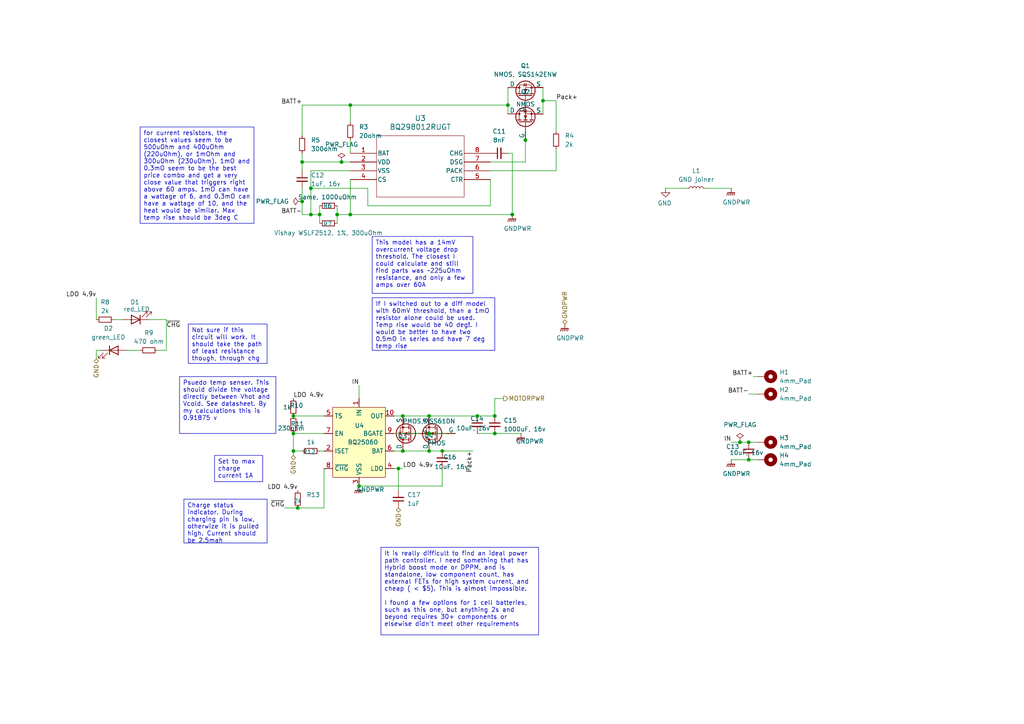
<source format=kicad_sch>
(kicad_sch (version 20231120) (generator "eeschema") (generator_version "8.0")
  (paper "A4")
  (title_block (date "2024-03-29") (rev "V1 Alpha"))
  (lib_symbols
    (symbol "Device:C_Small" (pin_numbers hide) (pin_names (offset 0.254) hide)
      (property "Reference" "C" (at 0.254 1.778 0))
      (property "Value" "C_Small" (at 0.254 -2.032 0))
      (symbol "C_Small_0_1"
        (polyline (pts (xy -1.524 -0.508) (xy 1.524 -0.508)) (stroke (width 0.3302)))
        (polyline (pts (xy -1.524 0.508) (xy 1.524 0.508)) (stroke (width 0.3048)))
      )
      (symbol "C_Small_1_1"
        (pin passive line (at 0 2.54 270) (length 2.032) (name "~") (number "1"))
        (pin passive line (at 0 -2.54 90) (length 2.032) (name "~") (number "2"))
      )
    )
    (symbol "Device:LED" (pin_numbers hide) (pin_names (offset 1.016) hide)
      (property "Reference" "D" (at 0 2.54 0))
      (property "Value" "LED" (at 0 -2.54 0))
      (symbol "LED_0_1"
        (polyline (pts (xy -1.27 -1.27) (xy -1.27 1.27)) (stroke (width 0.254)))
        (polyline (pts (xy -1.27 0) (xy 1.27 0)))
        (polyline (pts (xy 1.27 -1.27) (xy 1.27 1.27) (xy -1.27 0) (xy 1.27 -1.27)) (stroke (width 0.254)))
        (polyline (pts (xy -3.048 -0.762) (xy -4.572 -2.286) (xy -3.81 -2.286) (xy -4.572 -2.286) (xy -4.572 -1.524)))
        (polyline (pts (xy -1.778 -0.762) (xy -3.302 -2.286) (xy -2.54 -2.286) (xy -3.302 -2.286) (xy -3.302 -1.524)))
      )
      (symbol "LED_1_1"
        (pin passive line (at -3.81 0 0) (length 2.54) (name "K") (number "1"))
        (pin passive line (at 3.81 0 180) (length 2.54) (name "A") (number "2"))
      )
    )
    (symbol "Device:L_Small" (pin_numbers hide) (pin_names (offset 0.254) hide)
      (property "Reference" "L" (at 0.762 1.016 0))
      (property "Value" "L_Small" (at 0.762 -1.016 0))
      (symbol "L_Small_0_1"
        (arc (start 0 -2.032) (mid 0.5058 -1.524) (end 0 -1.016))
        (arc (start 0 -1.016) (mid 0.5058 -0.508) (end 0 0))
        (arc (start 0 0) (mid 0.5058 0.508) (end 0 1.016))
        (arc (start 0 1.016) (mid 0.5058 1.524) (end 0 2.032))
      )
      (symbol "L_Small_1_1"
        (pin passive line (at 0 2.54 270) (length 0.508) (name "~") (number "1"))
        (pin passive line (at 0 -2.54 90) (length 0.508) (name "~") (number "2"))
      )
    )
    (symbol "Device:R_Small" (pin_numbers hide) (pin_names (offset 0.254) hide)
      (property "Reference" "R" (at 0.762 0.508 0))
      (property "Value" "R_Small" (at 0.762 -1.016 0))
      (symbol "R_Small_0_1"
        (rectangle (start -0.762 1.778) (end 0.762 -1.778) (stroke (width 0.2032)))
      )
      (symbol "R_Small_1_1"
        (pin passive line (at 0 2.54 270) (length 0.762) (name "~") (number "1"))
        (pin passive line (at 0 -2.54 90) (length 0.762) (name "~") (number "2"))
      )
    )
    (symbol "Mechanical:MountingHole_Pad" (pin_numbers hide) (pin_names (offset 1.016) hide) (exclude_from_sim yes) (in_bom no)
      (property "Reference" "H" (at 0 6.35 0))
      (property "Value" "MountingHole_Pad" (at 0 4.445 0))
      (symbol "MountingHole_Pad_0_1"
        (circle (center 0 1.27) (radius 1.27) (stroke (width 1.27)))
      )
      (symbol "MountingHole_Pad_1_1"
        (pin input line (at 0 -2.54 90) (length 2.54) (name "1") (number "1"))
      )
    )
    (symbol "Simulation_SPICE:NMOS" (pin_numbers hide) (pin_names (offset 0))
      (property "Reference" "Q5" (at 8.89 0 90))
      (property "Value" "NMOS" (at 6.35 0 90))
      (symbol "NMOS_0_1"
        (polyline (pts (xy 0.254 0) (xy -2.54 0)))
        (polyline (pts (xy 0.254 1.905) (xy 0.254 -1.905)) (stroke (width 0.254)))
        (polyline (pts (xy 0.762 -1.27) (xy 0.762 -2.286)) (stroke (width 0.254)))
        (polyline (pts (xy 0.762 0.508) (xy 0.762 -0.508)) (stroke (width 0.254)))
        (polyline (pts (xy 0.762 2.286) (xy 0.762 1.27)) (stroke (width 0.254)))
        (polyline (pts (xy 2.54 2.54) (xy 2.54 1.778)))
        (polyline (pts (xy 2.54 -2.54) (xy 2.54 0) (xy 0.762 0)))
        (polyline (pts (xy 0.762 -1.778) (xy 3.302 -1.778) (xy 3.302 1.778) (xy 0.762 1.778)))
        (polyline (pts (xy 1.016 0) (xy 2.032 0.381) (xy 2.032 -0.381) (xy 1.016 0)) (fill (type outline)))
        (polyline (pts (xy 2.794 0.508) (xy 2.921 0.381) (xy 3.683 0.381) (xy 3.81 0.254)))
        (polyline (pts (xy 3.302 0.381) (xy 2.921 -0.254) (xy 3.683 -0.254) (xy 3.302 0.381)))
        (circle (center 1.651 0) (radius 2.794) (stroke (width 0.254)))
        (circle (center 2.54 -1.778) (radius 0.254) (fill (type outline)))
        (circle (center 2.54 1.778) (radius 0.254) (fill (type outline)))
      )
      (symbol "NMOS_1_1"
        (pin passive line (at 2.54 -5.08 90) (length 2.54) (name "S") (number "1"))
        (pin passive line (at 2.54 -5.08 90) (length 2.54) (name "S") (number "2"))
        (pin passive line (at 2.54 -5.08 90) (length 2.54) (name "S") (number "3"))
        (pin input line (at -5.08 0 0) (length 2.54) (name "G") (number "4"))
        (pin passive line (at 2.54 5.08 270) (length 2.54) (name "D") (number "5"))
      )
    )
    (symbol "Simulation_SPICE:PMOS" (pin_numbers hide) (pin_names (offset 0))
      (property "Reference" "Q1" (at 1.27 0.762 0))
      (property "Value" "PMOS, TPH1R712MDL1Q" (at -4.318 -1.778 0))
      (symbol "PMOS_0_1"
        (polyline (pts (xy 0.254 0) (xy -2.54 0)))
        (polyline (pts (xy 0.254 1.905) (xy 0.254 -1.905)) (stroke (width 0.254)))
        (polyline (pts (xy 0.762 -1.27) (xy 0.762 -2.286)) (stroke (width 0.254)))
        (polyline (pts (xy 0.762 0.508) (xy 0.762 -0.508)) (stroke (width 0.254)))
        (polyline (pts (xy 0.762 2.286) (xy 0.762 1.27)) (stroke (width 0.254)))
        (polyline (pts (xy 2.54 2.54) (xy 2.54 1.778)))
        (polyline (pts (xy 2.54 -2.54) (xy 2.54 0) (xy 0.762 0)))
        (polyline (pts (xy 0.762 1.778) (xy 3.302 1.778) (xy 3.302 -1.778) (xy 0.762 -1.778)))
        (polyline (pts (xy 2.286 0) (xy 1.27 0.381) (xy 1.27 -0.381) (xy 2.286 0)) (fill (type outline)))
        (polyline (pts (xy 2.794 -0.508) (xy 2.921 -0.381) (xy 3.683 -0.381) (xy 3.81 -0.254)))
        (polyline (pts (xy 3.302 -0.381) (xy 2.921 0.254) (xy 3.683 0.254) (xy 3.302 -0.381)))
        (circle (center 1.651 0) (radius 2.794) (stroke (width 0.254)))
        (circle (center 2.54 -1.778) (radius 0.254) (fill (type outline)))
        (circle (center 2.54 1.778) (radius 0.254) (fill (type outline)))
      )
      (symbol "PMOS_1_1"
        (pin passive line (at 2.54 -5.08 90) (length 2.54) (name "S") (number "1"))
        (pin passive line (at 2.54 -5.08 90) (length 2.54) (name "S") (number "2"))
        (pin passive line (at 2.54 -5.08 90) (length 2.54) (name "S") (number "3"))
        (pin input line (at -5.08 0 0) (length 2.54) (name "G") (number "4"))
        (pin passive line (at 2.54 5.08 270) (length 2.54) (name "D") (number "5"))
      )
    )
    (symbol "bq298xyz:BQ298000RUGT" (pin_names (offset 0.254))
      (property "Reference" "U" (at 20.32 10.16 0))
      (property "Value" "BQ298000RUGT" (at 20.32 7.62 0))
      (symbol "BQ298000RUGT_0_1"
        (polyline (pts (xy 7.62 -12.7) (xy 33.02 -12.7)) (stroke (width 0.127)))
        (polyline (pts (xy 7.62 5.08) (xy 7.62 -12.7)) (stroke (width 0.127)))
        (polyline (pts (xy 33.02 -12.7) (xy 33.02 5.08)) (stroke (width 0.127)))
        (polyline (pts (xy 33.02 5.08) (xy 7.62 5.08)) (stroke (width 0.127)))
        (pin input line (at 0 0 0) (length 7.62) (name "BAT") (number "1"))
        (pin power_in line (at 0 -2.54 0) (length 7.62) (name "VDD") (number "2"))
        (pin power_in line (at 0 -5.08 0) (length 7.62) (name "VSS") (number "3"))
        (pin input line (at 0 -7.62 0) (length 7.62) (name "CS") (number "4"))
        (pin input line (at 40.64 -7.62 180) (length 7.62) (name "CTR") (number "5"))
        (pin input line (at 40.64 -5.08 180) (length 7.62) (name "PACK") (number "6"))
        (pin output line (at 40.64 -2.54 180) (length 7.62) (name "DSG") (number "7"))
        (pin output line (at 40.64 0 180) (length 7.62) (name "CHG") (number "8"))
      )
    )
    (symbol "custom_Battery_Management:BQ25060"
      (property "Reference" "U" (at -6.35 11.43 0))
      (property "Value" "BQ25060" (at 7.62 11.43 0))
      (symbol "BQ25060_1_1"
        (rectangle (start -7.62 10.16) (end 7.62 -10.16) (fill (type background)))
        (pin power_in line (at 0 12.7 270) (length 2.54) (name "IN") (number "1"))
        (pin power_out line (at 10.16 7.62 180) (length 2.54) (name "OUT") (number "10"))
        (pin passive line (at 0 -12.7 90) (length 2.54) hide (name "VSS") (number "11"))
        (pin input line (at -10.16 -2.54 0) (length 2.54) (name "ISET") (number "2"))
        (pin power_in line (at 0 -12.7 90) (length 2.54) (name "VSS") (number "3"))
        (pin power_out line (at 10.16 -7.62 180) (length 2.54) (name "LDO") (number "4"))
        (pin input line (at -10.16 7.62 0) (length 2.54) (name "TS") (number "5"))
        (pin power_out line (at 10.16 -2.54 180) (length 2.54) (name "BAT") (number "6"))
        (pin input line (at -10.16 2.54 0) (length 2.54) (name "EN") (number "7"))
        (pin open_collector line (at -10.16 -7.62 0) (length 2.54) (name "~{CHG}") (number "8"))
        (pin output line (at 10.16 2.54 180) (length 2.54) (name "BGATE") (number "9"))
      )
    )
    (symbol "power:GND" (power) (pin_numbers hide) (pin_names (offset 0) hide)
      (property "Value" "GND" (at 0 -3.81 0))
      (symbol "GND_0_1"
        (polyline (pts (xy 0 0) (xy 0 -1.27) (xy 1.27 -1.27) (xy 0 -2.54) (xy -1.27 -1.27) (xy 0 -1.27)))
      )
      (symbol "GND_1_1"
        (pin power_in line (at 0 0 270) (length 0) (name "~") (number "1"))
      )
    )
    (symbol "power:GNDPWR" (power) (pin_numbers hide) (pin_names (offset 0) hide)
      (property "Value" "GNDPWR" (at 0 -3.302 0))
      (symbol "GNDPWR_0_1"
        (polyline (pts (xy 0 -1.27) (xy 0 0)))
        (polyline (pts (xy -1.016 -1.27) (xy -1.27 -2.032) (xy -1.27 -2.032)) (stroke (width 0.2032)))
        (polyline (pts (xy -0.508 -1.27) (xy -0.762 -2.032) (xy -0.762 -2.032)) (stroke (width 0.2032)))
        (polyline (pts (xy 0 -1.27) (xy -0.254 -2.032) (xy -0.254 -2.032)) (stroke (width 0.2032)))
        (polyline (pts (xy 0.508 -1.27) (xy 0.254 -2.032) (xy 0.254 -2.032)) (stroke (width 0.2032)))
        (polyline (pts (xy 1.016 -1.27) (xy -1.016 -1.27) (xy -1.016 -1.27)) (stroke (width 0.2032)))
        (polyline (pts (xy 1.016 -1.27) (xy 0.762 -2.032) (xy 0.762 -2.032) (xy 0.762 -2.032)) (stroke (width 0.2032)))
      )
      (symbol "GNDPWR_1_1"
        (pin power_in line (at 0 0 270) (length 0) (name "~") (number "1"))
      )
    )
    (symbol "power:PWR_FLAG" (power) (pin_numbers hide) (pin_names (offset 0) hide)
      (property "Value" "PWR_FLAG" (at 0 3.81 0))
      (symbol "PWR_FLAG_0_0"
        (pin power_out line (at 0 0 90) (length 0) (name "~") (number "1"))
      )
      (symbol "PWR_FLAG_0_1"
        (polyline (pts (xy 0 0) (xy 0 1.27) (xy -1.016 1.905) (xy 0 2.54) (xy 1.016 1.905) (xy 0 1.27)))
      )
    )
  )
  (junction (at 92.71 62.23))
  (junction (at 85.09 130.81))
  (junction (at 157.48 29.21))
  (junction (at 143.51 120.65))
  (junction (at 90.17 54.61))
  (junction (at 124.46 130.81))
  (junction (at 97.79 62.23))
  (junction (at 87.63 58.42))
  (junction (at 101.6 62.23))
  (junction (at 116.84 130.81))
  (junction (at 128.27 130.81))
  (junction (at 124.46 120.65))
  (junction (at 99.06 46.99))
  (junction (at 101.6 30.48))
  (junction (at 86.36 147.32))
  (junction (at 152.4 40.64))
  (junction (at 104.14 140.97))
  (junction (at 115.57 135.89))
  (junction (at 90.17 62.23))
  (junction (at 217.17 133.35))
  (junction (at 148.59 62.23))
  (junction (at 214.63 128.27))
  (junction (at 116.84 120.65))
  (junction (at 143.51 125.73))
  (junction (at 85.09 120.65))
  (junction (at 217.17 128.27))
  (junction (at 147.32 30.48))
  (junction (at 124.46 125.73))
  (junction (at 85.09 125.73))
  (junction (at 87.63 46.99))
  (junction (at 138.43 120.65))
  (wire (pts (xy 142.24 59.69) (xy 106.68 59.69)))
  (wire (pts (xy 214.63 128.27) (xy 217.17 128.27)))
  (wire (pts (xy 87.63 62.23) (xy 90.17 62.23)))
  (wire (pts (xy 147.32 33.02) (xy 147.32 30.48)))
  (wire (pts (xy 147.32 44.45) (xy 148.59 44.45)))
  (wire (pts (xy 161.29 29.21) (xy 161.29 38.1)))
  (wire (pts (xy 27.94 86.36) (xy 27.94 92.71)))
  (wire (pts (xy 114.3 130.81) (xy 116.84 130.81)))
  (wire (pts (xy 142.24 46.99) (xy 152.4 46.99)))
  (wire (pts (xy 116.84 120.65) (xy 124.46 120.65)))
  (wire (pts (xy 143.51 115.57) (xy 143.51 120.65)))
  (wire (pts (xy 87.63 39.37) (xy 87.63 30.48)))
  (wire (pts (xy 106.68 54.61) (xy 90.17 54.61)))
  (wire (pts (xy 114.3 120.65) (xy 116.84 120.65)))
  (wire (pts (xy 204.47 54.61) (xy 212.09 54.61)))
  (wire (pts (xy 124.46 120.65) (xy 138.43 120.65)))
  (wire (pts (xy 142.24 49.53) (xy 161.29 49.53)))
  (wire (pts (xy 152.4 40.64) (xy 152.4 46.99)))
  (wire (pts (xy 115.57 135.89) (xy 115.57 142.24)))
  (wire (pts (xy 161.29 29.21) (xy 157.48 29.21)))
  (wire (pts (xy 27.94 104.14) (xy 27.94 101.6)))
  (wire (pts (xy 90.17 49.53) (xy 90.17 54.61)))
  (wire (pts (xy 106.68 59.69) (xy 106.68 54.61)))
  (wire (pts (xy 40.64 101.6) (xy 36.83 101.6)))
  (wire (pts (xy 128.27 135.89) (xy 128.27 140.97)))
  (wire (pts (xy 101.6 52.07) (xy 101.6 62.23)))
  (wire (pts (xy 87.63 30.48) (xy 101.6 30.48)))
  (wire (pts (xy 115.57 135.89) (xy 116.84 135.89)))
  (wire (pts (xy 85.09 130.81) (xy 85.09 132.08)))
  (wire (pts (xy 101.6 40.64) (xy 101.6 44.45)))
  (wire (pts (xy 143.51 115.57) (xy 146.05 115.57)))
  (wire (pts (xy 101.6 62.23) (xy 148.59 62.23)))
  (wire (pts (xy 93.98 147.32) (xy 86.36 147.32)))
  (wire (pts (xy 212.09 133.35) (xy 217.17 133.35)))
  (wire (pts (xy 101.6 46.99) (xy 99.06 46.99)))
  (wire (pts (xy 35.56 92.71) (xy 33.02 92.71)))
  (wire (pts (xy 104.14 140.97) (xy 128.27 140.97)))
  (wire (pts (xy 87.63 58.42) (xy 87.63 62.23)))
  (wire (pts (xy 87.63 46.99) (xy 87.63 49.53)))
  (wire (pts (xy 92.71 130.81) (xy 93.98 130.81)))
  (wire (pts (xy 87.63 54.61) (xy 87.63 58.42)))
  (wire (pts (xy 152.4 33.02) (xy 152.4 40.64)))
  (wire (pts (xy 157.48 25.4) (xy 157.48 29.21)))
  (wire (pts (xy 138.43 125.73) (xy 143.51 125.73)))
  (wire (pts (xy 97.79 62.23) (xy 101.6 62.23)))
  (wire (pts (xy 114.3 135.89) (xy 115.57 135.89)))
  (wire (pts (xy 97.79 59.69) (xy 97.79 62.23)))
  (wire (pts (xy 143.51 120.65) (xy 138.43 120.65)))
  (wire (pts (xy 147.32 25.4) (xy 147.32 30.48)))
  (wire (pts (xy 92.71 62.23) (xy 90.17 62.23)))
  (wire (pts (xy 217.17 128.27) (xy 219.71 128.27)))
  (wire (pts (xy 148.59 44.45) (xy 148.59 62.23)))
  (wire (pts (xy 193.04 54.61) (xy 199.39 54.61)))
  (wire (pts (xy 101.6 30.48) (xy 147.32 30.48)))
  (wire (pts (xy 87.63 44.45) (xy 87.63 46.99)))
  (wire (pts (xy 27.94 101.6) (xy 29.21 101.6)))
  (wire (pts (xy 212.09 128.27) (xy 214.63 128.27)))
  (wire (pts (xy 104.14 111.76) (xy 104.14 115.57)))
  (wire (pts (xy 101.6 30.48) (xy 101.6 35.56)))
  (wire (pts (xy 124.46 125.73) (xy 132.08 125.73)))
  (wire (pts (xy 161.29 43.18) (xy 161.29 49.53)))
  (wire (pts (xy 90.17 54.61) (xy 90.17 62.23)))
  (wire (pts (xy 114.3 125.73) (xy 124.46 125.73)))
  (wire (pts (xy 97.79 62.23) (xy 97.79 64.77)))
  (wire (pts (xy 85.09 125.73) (xy 85.09 130.81)))
  (wire (pts (xy 218.44 109.22) (xy 219.71 109.22)))
  (wire (pts (xy 48.26 101.6) (xy 45.72 101.6)))
  (wire (pts (xy 143.51 125.73) (xy 151.13 125.73)))
  (wire (pts (xy 93.98 147.32) (xy 93.98 135.89)))
  (wire (pts (xy 124.46 130.81) (xy 128.27 130.81)))
  (wire (pts (xy 48.26 92.71) (xy 48.26 101.6)))
  (wire (pts (xy 85.09 130.81) (xy 87.63 130.81)))
  (wire (pts (xy 99.06 46.99) (xy 87.63 46.99)))
  (wire (pts (xy 90.17 49.53) (xy 101.6 49.53)))
  (wire (pts (xy 43.18 92.71) (xy 48.26 92.71)))
  (wire (pts (xy 116.84 130.81) (xy 124.46 130.81)))
  (wire (pts (xy 92.71 59.69) (xy 92.71 62.23)))
  (wire (pts (xy 93.98 125.73) (xy 85.09 125.73)))
  (wire (pts (xy 86.36 147.32) (xy 82.55 147.32)))
  (wire (pts (xy 128.27 130.81) (xy 137.16 130.81)))
  (wire (pts (xy 217.17 133.35) (xy 219.71 133.35)))
  (wire (pts (xy 92.71 62.23) (xy 92.71 64.77)))
  (wire (pts (xy 142.24 52.07) (xy 142.24 59.69)))
  (wire (pts (xy 85.09 120.65) (xy 93.98 120.65)))
  (wire (pts (xy 217.17 114.3) (xy 219.71 114.3)))
  (wire (pts (xy 157.48 33.02) (xy 157.48 29.21)))
  (text_box "This model has a 14mV overcurrent voltage drop threshold. The closest I could calculate and still find parts was ~225uOhm resistance, and only a few amps over 60A" (at 107.95 68.58 0) (size 29.21 16.51) (effects (font (size 1.27 1.27)) (justify left top)))
  (text_box "Charge status indicator. During charging pin is low, otherwize it is pulled high. Current should be 2.5mah" (at 53.34 144.78 0) (size 24.13 12.7) (effects (font (size 1.27 1.27)) (justify left top)))
  (text_box "It is really difficult to find an ideal power path controller. I need something that has Hybrid boost mode or DPPM, and is standalone, low component count, has external FETs for high system current, and cheap ( < $5). This is almost impossible. \n\nI found a few options for 1 cell batteries, such as this one, but anything 2s and beyond requires 30+ components or elsewise didn't meet other requirements" (at 110.49 158.75 0) (size 45.72 25.4) (effects (font (size 1.27 1.27)) (justify left top)))
  (text_box "Not sure if this circuit will work. It should take the path of least resistance though, through chg" (at 54.61 93.98 0) (size 22.86 11.43) (effects (font (size 1.27 1.27)) (justify left top)))
  (text_box "Psuedo temp senser. This should divide the voltage directly between Vhot and Vcold. See datasheet. By my calculations this is 0.91875 v" (at 52.07 109.22 0) (size 27.94 16.51) (effects (font (size 1.27 1.27)) (justify left top)))
  (text_box "If I switched out to a diff model with 60mV threshold, than a 1mO resistor alone could be used. Temp rise would be 40 deg!. I would be better to have two 0.5mO in series and have 7 deg temp rise" (at 107.95 86.36 0) (size 35.56 15.24) (effects (font (size 1.27 1.27)) (justify left top)))
  (text_box "Set to max charge current 1A" (at 62.23 132.08 0) (size 13.97 7.62) (effects (font (size 1.27 1.27)) (justify left top)))
  (text_box "for current resistors, the closest values seem to be 500uOhm and 400uOhm (220uOhm), or 1mOhm and 300uOhm (230uOhm). 1mO and 0.3mO seem to be the best price combo and get a very close value that triggers right above 60 amps. 1mO can have a wattage of 6, and 0.3mO can have a wattage of 10, and the heat would be similar. Max temp rise should be 3deg C" (at 40.64 36.83 0) (size 33.02 27.94) (effects (font (size 1.27 1.27)) (justify left top)))
  (label "BATT+" (at 87.63 30.48 180))
  (label "BATT-" (at 87.63 62.23 180))
  (label "Pack+" (at 161.29 29.21 0))
  (label "BATT+" (at 218.44 109.22 180))
  (label "~{CHG}" (at 82.55 147.32 180))
  (label "LDO 4.9v" (at 85.09 115.57 0))
  (label "BATT-" (at 217.17 114.3 180))
  (label "LDO 4.9v" (at 86.36 142.24 180))
  (label "IN" (at 104.14 111.76 180))
  (label "~{CHG}" (at 48.26 95.25 0))
  (label "Pack+" (at 137.16 130.81 270))
  (label "LDO 4.9v" (at 27.94 86.36 180))
  (label "LDO 4.9v" (at 116.84 135.89 0))
  (label "IN" (at 212.09 128.27 180))
  (hierarchical_label "GND" (shape bidirectional) (at 115.57 147.32 270))
  (hierarchical_label "MOTORPWR" (shape output) (at 146.05 115.57 0))
  (hierarchical_label "GND" (shape bidirectional) (at 27.94 104.14 270))
  (hierarchical_label "GNDPWR" (shape bidirectional) (at 163.83 93.98 90))
  (hierarchical_label "GND" (shape bidirectional) (at 85.09 132.08 270))
  (symbol (lib_id "Device:LED") (at 33.02 101.6 0) (unit 1)
    (property "Reference" "D2" (at 31.4325 95.25 0))
    (property "Value" "green_LED" (at 31.4325 97.79 0))
    (property "Footprint" "LED_SMD:LED_0603_1608Metric_Pad1.05x0.95mm_HandSolder" (effects (hide yes)))
    (property "Description" "Light emitting diode" (effects (hide yes)))
  )
  (symbol (lib_id "Device:R_Small") (at 30.48 92.71 90) (unit 1)
    (property "Reference" "R8" (at 30.48 87.63 90))
    (property "Value" "2k" (at 30.48 90.17 90))
    (property "Footprint" "Resistor_SMD:R_0603_1608Metric" (effects (hide yes)))
    (property "Description" "Resistor, small symbol" (effects (hide yes)))
  )
  (symbol (lib_id "Device:R_Small") (at 87.63 41.91 0) (unit 1)
    (property "Reference" "R5" (at 90.17 40.6399 0) (effects (justify left)))
    (property "Value" "300ohm" (at 90.17 43.1799 0) (effects (justify left)))
    (property "Footprint" "Resistor_SMD:R_0603_1608Metric" (effects (hide yes)))
    (property "Description" "Resistor, small symbol" (effects (hide yes)))
  )
  (symbol (lib_id "Device:R_Small") (at 161.29 40.64 0) (unit 1)
    (property "Reference" "R4" (at 163.83 39.3699 0) (effects (justify left)))
    (property "Value" "2k" (at 163.83 41.9099 0) (effects (justify left)))
    (property "Footprint" "Resistor_SMD:R_0603_1608Metric_Pad0.98x0.95mm_HandSolder" (effects (hide yes)))
    (property "Description" "Resistor, small symbol" (effects (hide yes)))
  )
  (symbol (lib_id "Device:R_Small") (at 95.25 64.77 90) (unit 1)
    (property "Reference" "R7" (at 94.996 65.024 90))
    (property "Value" "Vishay WSLF2512, 1%, 300uOhm" (at 95.25 67.564 90))
    (property "Footprint" "vishay_wslf:RES_WSLF2512_VIS-M" (effects (hide yes)))
    (property "Description" "Resistor, small symbol" (effects (hide yes)))
  )
  (symbol (lib_id "Device:C_Small") (at 115.57 144.78 180) (unit 1)
    (property "Reference" "C17" (at 118.11 143.5035 0) (effects (justify right)))
    (property "Value" "1uF" (at 118.11 146.0435 0) (effects (justify right)))
    (property "Footprint" "Capacitor_SMD:C_0603_1608Metric_Pad1.08x0.95mm_HandSolder" (effects (hide yes)))
    (property "Description" "Unpolarized capacitor, small symbol" (effects (hide yes)))
  )
  (symbol (lib_id "Simulation_SPICE:NMOS") (at 152.4 27.94 90) (unit 1)
    (property "Reference" "Q1" (at 152.4 19.05 90))
    (property "Value" "NMOS, SQS142ENW" (at 152.4 21.59 90))
    (property "Footprint" "Package_DFN_QFN:PQFN-8-EP_6x5mm_P1.27mm_Generic" (effects (hide yes)))
    (property "Datasheet" "https://ngspice.sourceforge.io/docs/ngspice-html-manual/manual.xhtml#cha_MOSFETs" (effects (hide yes)))
    (property "Description" "N-MOSFET transistor, drain/source/gate" (effects (hide yes)))
    (property "Sim.Device" "NMOS" (effects (hide yes)))
    (property "Sim.Type" "VDMOS" (effects (hide yes)))
    (property "Sim.Pins" "5=D 4=G 1,2,3=S" (effects (hide yes)))
  )
  (symbol (lib_id "Device:R_Small") (at 85.09 118.11 0) (unit 1)
    (property "Reference" "R10" (at 84.074 117.602 0) (effects (justify left)))
    (property "Value" "1k" (at 82.042 118.11 0) (effects (justify left)))
    (property "Footprint" "Resistor_SMD:R_0603_1608Metric_Pad0.98x0.95mm_HandSolder" (effects (hide yes)))
    (property "Description" "Resistor, small symbol" (effects (hide yes)))
  )
  (symbol (lib_id "Device:C_Small") (at 217.17 130.81 0) (unit 1)
    (property "Reference" "C13" (at 210.566 129.54 0) (effects (justify left)))
    (property "Value" "10uF, 16v" (at 211.582 131.318 0) (effects (justify left)))
    (property "Footprint" "Capacitor_SMD:C_0603_1608Metric_Pad1.08x0.95mm_HandSolder" (effects (hide yes)))
    (property "Description" "Unpolarized capacitor, small symbol" (effects (hide yes)))
  )
  (symbol (lib_id "Device:C_Small") (at 128.27 133.35 180) (unit 1)
    (property "Reference" "C16" (at 128.524 132.588 0) (effects (justify right)))
    (property "Value" "10uF, 16v" (at 125.984 135.382 0) (effects (justify right)))
    (property "Footprint" "Capacitor_SMD:C_0603_1608Metric_Pad1.08x0.95mm_HandSolder" (effects (hide yes)))
    (property "Description" "Unpolarized capacitor, small symbol" (effects (hide yes)))
  )
  (symbol (lib_id "power:PWR_FLAG") (at 214.63 128.27 0) (unit 1)
    (property "Reference" "#FLG05" (effects (hide yes)))
    (property "Value" "PWR_FLAG" (at 214.63 123.19 0))
    (property "Description" "Special symbol for telling ERC where power comes from" (effects (hide yes)))
  )
  (symbol (lib_id "Device:LED") (at 39.37 92.71 180) (unit 1)
    (property "Reference" "D1" (at 39.116 87.63 0))
    (property "Value" "red_LED" (at 39.624 89.662 0))
    (property "Footprint" "LED_SMD:LED_0603_1608Metric_Pad1.05x0.95mm_HandSolder" (effects (hide yes)))
    (property "Description" "Light emitting diode" (effects (hide yes)))
  )
  (symbol (lib_id "Device:R_Small") (at 95.25 59.69 90) (unit 1)
    (property "Reference" "R6" (at 94.996 59.69 90))
    (property "Value" "Same, 1000uOhm" (at 94.996 57.15 90))
    (property "Footprint" "vishay_wslf:RES_WSLF2512_VIS-M" (effects (hide yes)))
    (property "Description" "Resistor, small symbol" (effects (hide yes)))
  )
  (symbol (lib_id "power:GNDPWR") (at 148.59 62.23 0) (unit 1)
    (property "Reference" "#PWR018" (effects (hide yes)))
    (property "Value" "GNDPWR" (at 150.114 66.294 0))
    (property "Description" "Power symbol creates a global label with name \"GNDPWR\" , global ground" (effects (hide yes)))
  )
  (symbol (lib_id "Device:R_Small") (at 90.17 130.81 90) (unit 1)
    (property "Reference" "R12" (at 89.662 131.064 90))
    (property "Value" "1k" (at 90.17 128.27 90))
    (property "Footprint" "Resistor_SMD:R_0603_1608Metric_Pad0.98x0.95mm_HandSolder" (effects (hide yes)))
    (property "Description" "Resistor, small symbol" (effects (hide yes)))
  )
  (symbol (lib_id "power:GND") (at 193.04 54.61 0) (unit 1)
    (property "Reference" "#PWR011" (effects (hide yes)))
    (property "Value" "GND" (at 192.786 58.928 0))
    (property "Description" "Power symbol creates a global label with name \"GND\" , ground" (effects (hide yes)))
  )
  (symbol (lib_id "Device:C_Small") (at 143.51 123.19 0) (unit 1)
    (property "Reference" "C15" (at 146.05 121.9262 0) (effects (justify left)))
    (property "Value" "1000uF, 16v" (at 146.05 124.4662 0) (effects (justify left)))
    (property "Footprint" "Capacitor_THT:C_Radial_D5.0mm_H5.0mm_P2.00mm" (effects (hide yes)))
    (property "Description" "Unpolarized capacitor, small symbol" (effects (hide yes)))
  )
  (symbol (lib_id "Device:R_Small") (at 101.6 38.1 0) (unit 1)
    (property "Reference" "R3" (at 104.14 36.8299 0) (effects (justify left)))
    (property "Value" "20ohm" (at 104.14 39.3699 0) (effects (justify left)))
    (property "Footprint" "Resistor_SMD:R_0603_1608Metric" (effects (hide yes)))
    (property "Description" "Resistor, small symbol" (effects (hide yes)))
  )
  (symbol (lib_id "Device:R_Small") (at 86.36 144.78 180) (unit 1)
    (property "Reference" "R13" (at 88.9 143.5099 0) (effects (justify right)))
    (property "Value" "2k" (at 85.09 145.288 0) (effects (justify right)))
    (property "Footprint" "Resistor_SMD:R_0603_1608Metric_Pad0.98x0.95mm_HandSolder" (effects (hide yes)))
    (property "Description" "Resistor, small symbol" (effects (hide yes)))
  )
  (symbol (lib_id "Mechanical:MountingHole_Pad") (at 222.25 133.35 270) (unit 1) (exclude_from_sim yes) (in_bom no)
    (property "Reference" "H4" (at 226.06 132.0799 90) (effects (justify left)))
    (property "Value" "4mm_Pad" (at 226.06 134.6199 90) (effects (justify left)))
    (property "Footprint" "TestPoint:TestPoint_Pad_4.0x4.0mm" (effects (hide yes)))
    (property "Description" "Mounting Hole with connection" (effects (hide yes)))
  )
  (symbol (lib_id "Device:R_Small") (at 85.09 123.19 0) (unit 1)
    (property "Reference" "R11" (at 84.328 122.936 0) (effects (justify left)))
    (property "Value" "230ohm" (at 80.518 124.206 0) (effects (justify left)))
    (property "Footprint" "Resistor_SMD:R_0603_1608Metric_Pad0.98x0.95mm_HandSolder" (effects (hide yes)))
    (property "Description" "Resistor, small symbol" (effects (hide yes)))
  )
  (symbol (lib_id "bq298xyz:BQ298000RUGT") (at 101.6 44.45 0) (unit 1)
    (property "Reference" "U3" (at 121.92 34.29 0) (effects (font (size 1.524 1.524))))
    (property "Value" "BQ298012RUGT" (at 121.92 36.83 0) (effects (font (size 1.524 1.524))))
    (property "Footprint" "bq298rugt:RUG8_TEX" (effects (hide yes)))
    (property "Datasheet" "BQ298000RUGT" (effects (hide yes)))
  )
  (symbol (lib_id "Simulation_SPICE:PMOS") (at 119.38 125.73 180) (unit 1)
    (property "Reference" "Q3" (at 118.11 126.492 0) (effects (justify left)))
    (property "Value" "PMOS,SiSS61DN" (at 132.08 122.174 0) (effects (justify left)))
    (property "Footprint" "Package_DFN_QFN:PQFN-8-EP_6x5mm_P1.27mm_Generic" (effects (hide yes)))
    (property "Datasheet" "https://ngspice.sourceforge.io/docs/ngspice-html-manual/manual.xhtml#cha_MOSFETs" (effects (hide yes)))
    (property "Description" "P-MOSFET transistor, TPH1R712MD,L1Q " (effects (hide yes)))
    (property "Sim.Device" "PMOS" (effects (hide yes)))
    (property "Sim.Type" "VDMOS" (effects (hide yes)))
    (property "Sim.Pins" "1,2,3=S 4=G 5=D" (effects (hide yes)))
  )
  (symbol (lib_id "Simulation_SPICE:NMOS") (at 152.4 35.56 90) (unit 1)
    (property "Reference" "Q2" (at 152.4 26.67 90))
    (property "Value" "NMOS" (at 152.4 30.226 90))
    (property "Footprint" "Package_DFN_QFN:PQFN-8-EP_6x5mm_P1.27mm_Generic" (effects (hide yes)))
    (property "Datasheet" "https://ngspice.sourceforge.io/docs/ngspice-html-manual/manual.xhtml#cha_MOSFETs" (effects (hide yes)))
    (property "Description" "N-MOSFET transistor, drain/source/gate" (effects (hide yes)))
    (property "Sim.Device" "NMOS" (effects (hide yes)))
    (property "Sim.Type" "VDMOS" (effects (hide yes)))
    (property "Sim.Pins" "5=D 4=G 1,2,3=S" (effects (hide yes)))
  )
  (symbol (lib_id "power:GNDPWR") (at 104.14 140.97 0) (unit 1)
    (property "Reference" "#PWR022" (effects (hide yes)))
    (property "Value" "GNDPWR" (at 107.442 141.986 0))
    (property "Description" "Power symbol creates a global label with name \"GNDPWR\" , global ground" (effects (hide yes)))
  )
  (symbol (lib_id "Device:R_Small") (at 43.18 101.6 90) (unit 1)
    (property "Reference" "R9" (at 43.18 96.52 90))
    (property "Value" "470 ohm" (at 43.18 99.06 90))
    (property "Footprint" "Resistor_SMD:R_0603_1608Metric" (effects (hide yes)))
    (property "Description" "Resistor, small symbol" (effects (hide yes)))
  )
  (symbol (lib_id "Device:C_Small") (at 144.78 44.45 90) (unit 1)
    (property "Reference" "C11" (at 144.7863 38.1 90))
    (property "Value" "8nF" (at 144.7863 40.64 90))
    (property "Footprint" "Capacitor_SMD:C_0603_1608Metric" (effects (hide yes)))
    (property "Description" "Unpolarized capacitor, small symbol" (effects (hide yes)))
  )
  (symbol (lib_id "Mechanical:MountingHole_Pad") (at 222.25 109.22 270) (unit 1) (exclude_from_sim yes) (in_bom no)
    (property "Reference" "H1" (at 226.06 107.9499 90) (effects (justify left)))
    (property "Value" "4mm_Pad" (at 226.06 110.4899 90) (effects (justify left)))
    (property "Footprint" "TestPoint:TestPoint_Pad_4.0x4.0mm" (effects (hide yes)))
    (property "Description" "Mounting Hole with connection" (effects (hide yes)))
  )
  (symbol (lib_id "Mechanical:MountingHole_Pad") (at 222.25 114.3 270) (unit 1) (exclude_from_sim yes) (in_bom no)
    (property "Reference" "H2" (at 226.06 113.0299 90) (effects (justify left)))
    (property "Value" "4mm_Pad" (at 226.06 115.5699 90) (effects (justify left)))
    (property "Footprint" "TestPoint:TestPoint_Pad_4.0x4.0mm" (effects (hide yes)))
    (property "Description" "Mounting Hole with connection" (effects (hide yes)))
  )
  (symbol (lib_id "Device:L_Small") (at 201.93 54.61 90) (unit 1)
    (property "Reference" "L1" (at 201.93 49.53 90))
    (property "Value" "GND joiner" (at 201.93 52.07 90))
    (property "Footprint" "Jumper:SolderJumper-2_P1.3mm_Bridged_Pad1.0x1.5mm" (effects (hide yes)))
    (property "Description" "Inductor, small symbol" (effects (hide yes)))
  )
  (symbol (lib_id "Device:C_Small") (at 87.63 52.07 0) (unit 1)
    (property "Reference" "C12" (at 90.17 50.8062 0) (effects (justify left)))
    (property "Value" "1uF, 16v" (at 90.17 53.3462 0) (effects (justify left)))
    (property "Footprint" "Capacitor_SMD:C_0603_1608Metric" (effects (hide yes)))
    (property "Description" "Unpolarized capacitor, small symbol" (effects (hide yes)))
  )
  (symbol (lib_id "Simulation_SPICE:PMOS") (at 127 125.73 180) (unit 1)
    (property "Reference" "Q4" (at 125.73 126.492 0) (effects (justify left)))
    (property "Value" "PMOS" (at 129.286 128.524 0) (effects (justify left)))
    (property "Footprint" "Package_DFN_QFN:PQFN-8-EP_6x5mm_P1.27mm_Generic" (effects (hide yes)))
    (property "Datasheet" "https://ngspice.sourceforge.io/docs/ngspice-html-manual/manual.xhtml#cha_MOSFETs" (effects (hide yes)))
    (property "Description" "P-MOSFET transistor, TPH1R712MD,L1Q " (effects (hide yes)))
    (property "Sim.Device" "PMOS" (effects (hide yes)))
    (property "Sim.Type" "VDMOS" (effects (hide yes)))
    (property "Sim.Pins" "1,2,3=S 4=G 5=D" (effects (hide yes)))
  )
  (symbol (lib_id "power:GNDPWR") (at 151.13 125.73 0) (unit 1)
    (property "Reference" "#PWR020" (effects (hide yes)))
    (property "Value" "GNDPWR" (at 153.67 128.016 0))
    (property "Description" "Power symbol creates a global label with name \"GNDPWR\" , global ground" (effects (hide yes)))
  )
  (symbol (lib_id "Device:C_Small") (at 138.43 123.19 0) (unit 1)
    (property "Reference" "C14" (at 136.398 121.412 0) (effects (justify left)))
    (property "Value" "10uF, 16v" (at 132.334 124.206 0) (effects (justify left)))
    (property "Footprint" "Capacitor_SMD:C_0603_1608Metric_Pad1.08x0.95mm_HandSolder" (effects (hide yes)))
    (property "Description" "Unpolarized capacitor, small symbol" (effects (hide yes)))
  )
  (symbol (lib_id "Mechanical:MountingHole_Pad") (at 222.25 128.27 270) (unit 1) (exclude_from_sim yes) (in_bom no)
    (property "Reference" "H3" (at 226.06 126.9999 90) (effects (justify left)))
    (property "Value" "4mm_Pad" (at 226.06 129.5399 90) (effects (justify left)))
    (property "Footprint" "TestPoint:TestPoint_Pad_4.0x4.0mm" (effects (hide yes)))
    (property "Description" "Mounting Hole with connection" (effects (hide yes)))
  )
  (symbol (lib_id "power:GNDPWR") (at 212.09 54.61 0) (unit 1)
    (property "Reference" "#PWR012" (effects (hide yes)))
    (property "Value" "GNDPWR" (at 213.614 58.674 0))
    (property "Description" "Power symbol creates a global label with name \"GNDPWR\" , global ground" (effects (hide yes)))
  )
  (symbol (lib_id "power:PWR_FLAG") (at 87.63 58.42 90) (unit 1)
    (property "Reference" "#FLG06" (effects (hide yes)))
    (property "Value" "PWR_FLAG" (at 83.82 58.4199 90) (effects (justify left)))
    (property "Description" "Special symbol for telling ERC where power comes from" (effects (hide yes)))
  )
  (symbol (lib_id "power:GNDPWR") (at 212.09 133.35 0) (unit 1)
    (property "Reference" "#PWR019" (effects (hide yes)))
    (property "Value" "GNDPWR" (at 213.614 137.414 0))
    (property "Description" "Power symbol creates a global label with name \"GNDPWR\" , global ground" (effects (hide yes)))
  )
  (symbol (lib_id "power:PWR_FLAG") (at 99.06 46.99 0) (unit 1)
    (property "Reference" "#FLG07" (effects (hide yes)))
    (property "Value" "PWR_FLAG" (at 99.06 41.91 0))
    (property "Description" "Special symbol for telling ERC where power comes from" (effects (hide yes)))
  )
  (symbol (lib_id "custom_Battery_Management:BQ25060") (at 104.14 128.27 0) (unit 1)
    (property "Reference" "U4" (at 102.87 123.444 0) (effects (justify left)))
    (property "Value" "BQ25060" (at 100.838 128.27 0) (effects (justify left)))
    (property "Footprint" "custom_Power:WSON-10-1EP_2x3mm_P0.5mm_EP0.84x2.4mm_ThermalVias_0.3mm" (effects (hide yes)))
    (property "Datasheet" "https://www.ti.com/lit/ds/symlink/bq25060.pdf" (effects (hide yes)))
    (property "Description" "1A, Single-Input, Single Cell Li-Ion Battery Charger with 50-mA LDO, and External Power Path Control" (effects (hide yes)))
  )
  (symbol (lib_id "power:GNDPWR") (at 163.83 93.98 0) (unit 1)
    (property "Reference" "#PWR021" (effects (hide yes)))
    (property "Value" "GNDPWR" (at 165.354 98.044 0))
    (property "Description" "Power symbol creates a global label with name \"GNDPWR\" , global ground" (effects (hide yes)))
  )
)
</source>
